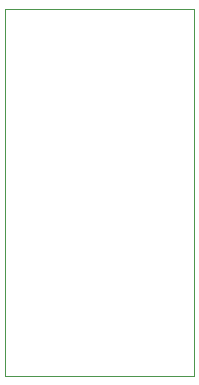
<source format=gbr>
%TF.GenerationSoftware,KiCad,Pcbnew,(5.1.7)-1*%
%TF.CreationDate,2021-09-28T11:43:39+01:00*%
%TF.ProjectId,vDrive-Sound-Board,76447269-7665-42d5-936f-756e642d426f,rev?*%
%TF.SameCoordinates,Original*%
%TF.FileFunction,Profile,NP*%
%FSLAX46Y46*%
G04 Gerber Fmt 4.6, Leading zero omitted, Abs format (unit mm)*
G04 Created by KiCad (PCBNEW (5.1.7)-1) date 2021-09-28 11:43:39*
%MOMM*%
%LPD*%
G01*
G04 APERTURE LIST*
%TA.AperFunction,Profile*%
%ADD10C,0.050000*%
%TD*%
G04 APERTURE END LIST*
D10*
X110000000Y-42000000D02*
X110000000Y-73000000D01*
X126000000Y-42000000D02*
X110000000Y-42000000D01*
X126000000Y-73000000D02*
X126000000Y-42000000D01*
X110000000Y-73000000D02*
X126000000Y-73000000D01*
M02*

</source>
